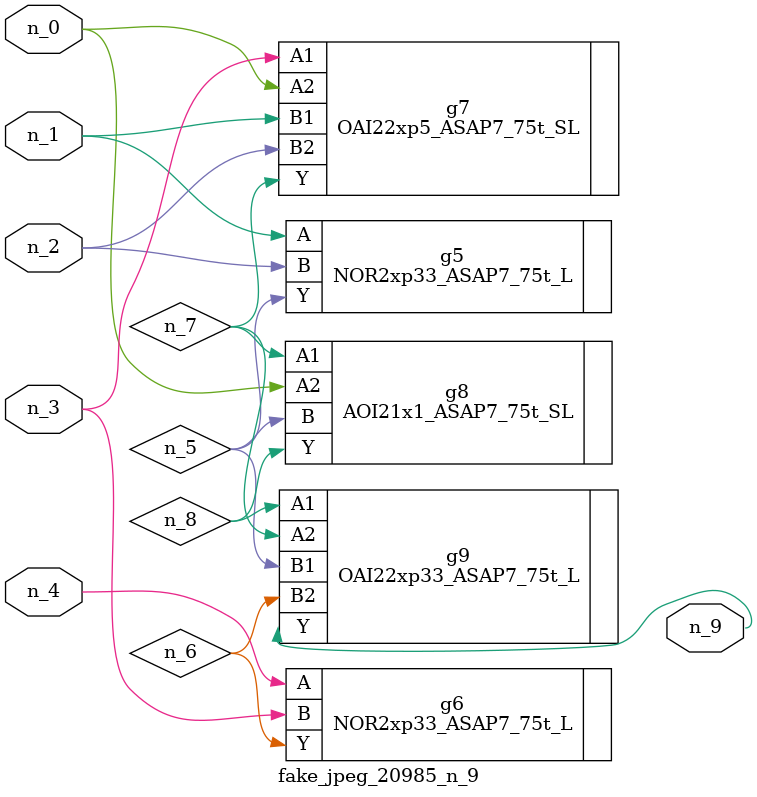
<source format=v>
module fake_jpeg_20985_n_9 (n_3, n_2, n_1, n_0, n_4, n_9);

input n_3;
input n_2;
input n_1;
input n_0;
input n_4;

output n_9;

wire n_8;
wire n_6;
wire n_5;
wire n_7;

NOR2xp33_ASAP7_75t_L g5 ( 
.A(n_1),
.B(n_2),
.Y(n_5)
);

NOR2xp33_ASAP7_75t_L g6 ( 
.A(n_4),
.B(n_3),
.Y(n_6)
);

OAI22xp5_ASAP7_75t_SL g7 ( 
.A1(n_3),
.A2(n_0),
.B1(n_1),
.B2(n_2),
.Y(n_7)
);

AOI21x1_ASAP7_75t_SL g8 ( 
.A1(n_7),
.A2(n_0),
.B(n_5),
.Y(n_8)
);

OAI22xp33_ASAP7_75t_L g9 ( 
.A1(n_8),
.A2(n_7),
.B1(n_5),
.B2(n_6),
.Y(n_9)
);


endmodule
</source>
